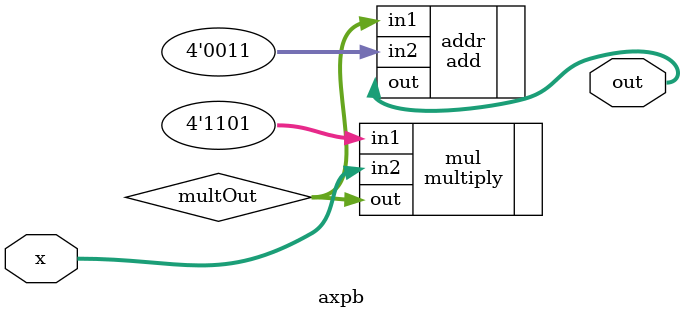
<source format=v>
/* axpb.v : implements ax + b (3x + 3)
 * Inputs : 7 bit signed number x
 */
 
module axpb(
    input signed [6:0] x,
	 output signed [11:0] out 
    );

	 
	 wire [10:0] multOut;
	 multiply #(.L1(4),.L2(7)) 
			mul(.in1(-(4'd3)), .in2(x), .out(multOut));
	 add #(.L1(11), .L2(4))
			addr(.in1(multOut), .in2(4'd3), .out(out));


endmodule

</source>
